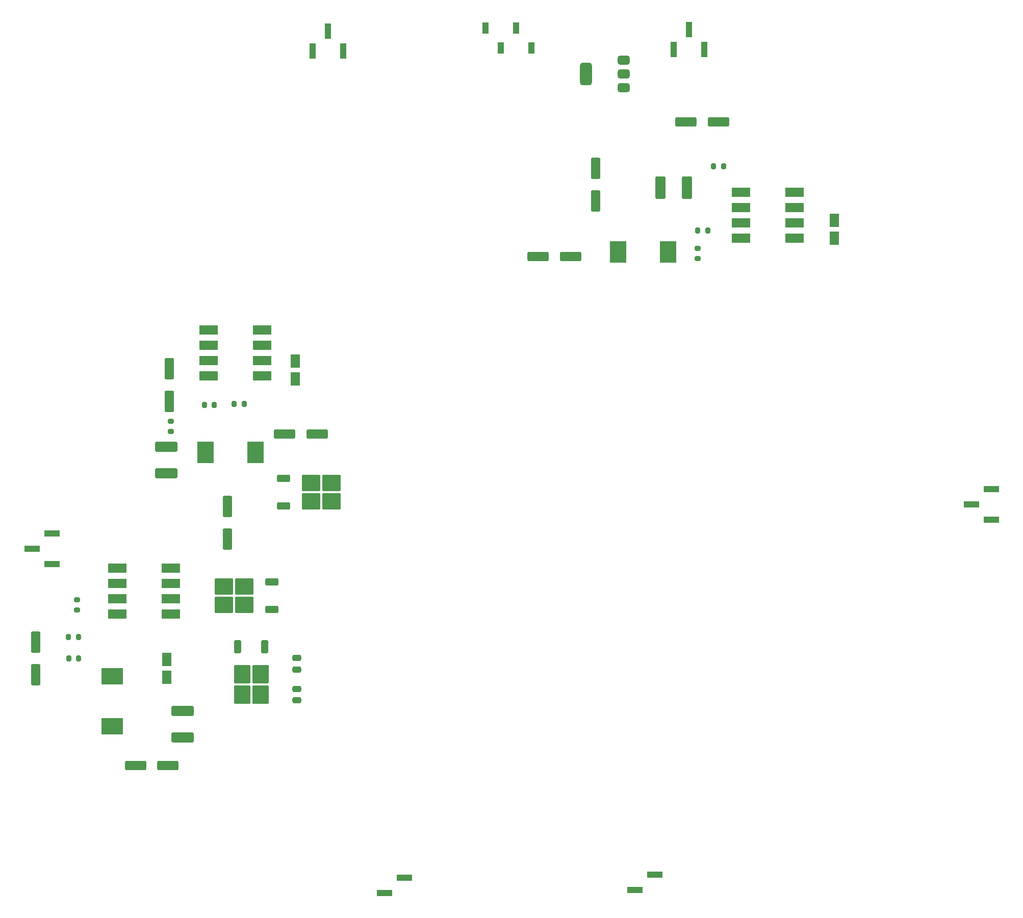
<source format=gbr>
%TF.GenerationSoftware,KiCad,Pcbnew,8.0.2*%
%TF.CreationDate,2025-02-12T15:49:00+05:00*%
%TF.ProjectId,kicad_pcb,6b696361-645f-4706-9362-2e6b69636164,rev?*%
%TF.SameCoordinates,Original*%
%TF.FileFunction,Paste,Bot*%
%TF.FilePolarity,Positive*%
%FSLAX46Y46*%
G04 Gerber Fmt 4.6, Leading zero omitted, Abs format (unit mm)*
G04 Created by KiCad (PCBNEW 8.0.2) date 2025-02-12 15:49:00*
%MOMM*%
%LPD*%
G01*
G04 APERTURE LIST*
G04 Aperture macros list*
%AMRoundRect*
0 Rectangle with rounded corners*
0 $1 Rounding radius*
0 $2 $3 $4 $5 $6 $7 $8 $9 X,Y pos of 4 corners*
0 Add a 4 corners polygon primitive as box body*
4,1,4,$2,$3,$4,$5,$6,$7,$8,$9,$2,$3,0*
0 Add four circle primitives for the rounded corners*
1,1,$1+$1,$2,$3*
1,1,$1+$1,$4,$5*
1,1,$1+$1,$6,$7*
1,1,$1+$1,$8,$9*
0 Add four rect primitives between the rounded corners*
20,1,$1+$1,$2,$3,$4,$5,0*
20,1,$1+$1,$4,$5,$6,$7,0*
20,1,$1+$1,$6,$7,$8,$9,0*
20,1,$1+$1,$8,$9,$2,$3,0*%
G04 Aperture macros list end*
%ADD10R,1.600000X2.200000*%
%ADD11R,1.000000X2.510000*%
%ADD12RoundRect,0.200000X0.200000X0.275000X-0.200000X0.275000X-0.200000X-0.275000X0.200000X-0.275000X0*%
%ADD13RoundRect,0.250000X1.625000X-0.587500X1.625000X0.587500X-1.625000X0.587500X-1.625000X-0.587500X0*%
%ADD14RoundRect,0.250000X-0.550000X1.500000X-0.550000X-1.500000X0.550000X-1.500000X0.550000X1.500000X0*%
%ADD15RoundRect,0.375000X0.625000X0.375000X-0.625000X0.375000X-0.625000X-0.375000X0.625000X-0.375000X0*%
%ADD16RoundRect,0.500000X0.500000X1.400000X-0.500000X1.400000X-0.500000X-1.400000X0.500000X-1.400000X0*%
%ADD17R,2.510000X1.000000*%
%ADD18R,2.700000X3.600000*%
%ADD19RoundRect,0.250000X-1.500000X-0.550000X1.500000X-0.550000X1.500000X0.550000X-1.500000X0.550000X0*%
%ADD20RoundRect,0.250000X1.500000X0.550000X-1.500000X0.550000X-1.500000X-0.550000X1.500000X-0.550000X0*%
%ADD21R,1.000000X1.900000*%
%ADD22RoundRect,0.200000X0.275000X-0.200000X0.275000X0.200000X-0.275000X0.200000X-0.275000X-0.200000X0*%
%ADD23R,3.100000X1.600000*%
%ADD24RoundRect,0.250000X0.850000X0.350000X-0.850000X0.350000X-0.850000X-0.350000X0.850000X-0.350000X0*%
%ADD25RoundRect,0.250000X1.275000X1.125000X-1.275000X1.125000X-1.275000X-1.125000X1.275000X-1.125000X0*%
%ADD26RoundRect,0.250000X-0.475000X0.250000X-0.475000X-0.250000X0.475000X-0.250000X0.475000X0.250000X0*%
%ADD27RoundRect,0.200000X-0.275000X0.200000X-0.275000X-0.200000X0.275000X-0.200000X0.275000X0.200000X0*%
%ADD28RoundRect,0.250000X0.550000X-1.500000X0.550000X1.500000X-0.550000X1.500000X-0.550000X-1.500000X0*%
%ADD29RoundRect,0.250000X-0.350000X0.850000X-0.350000X-0.850000X0.350000X-0.850000X0.350000X0.850000X0*%
%ADD30RoundRect,0.250000X-1.125000X1.275000X-1.125000X-1.275000X1.125000X-1.275000X1.125000X1.275000X0*%
%ADD31RoundRect,0.250000X0.587500X1.625000X-0.587500X1.625000X-0.587500X-1.625000X0.587500X-1.625000X0*%
%ADD32RoundRect,0.250000X-0.850000X-0.350000X0.850000X-0.350000X0.850000X0.350000X-0.850000X0.350000X0*%
%ADD33RoundRect,0.250000X-1.275000X-1.125000X1.275000X-1.125000X1.275000X1.125000X-1.275000X1.125000X0*%
%ADD34R,3.600000X2.700000*%
G04 APERTURE END LIST*
D10*
%TO.C,C10*%
X200860000Y-63284000D03*
X200860000Y-66284000D03*
%TD*%
D11*
%TO.C,LEFT_IR_SENSOR1*%
X119380000Y-35183000D03*
X116840000Y-31873000D03*
X114300000Y-35183000D03*
%TD*%
D12*
%TO.C,R6*%
X182498000Y-54356000D03*
X180848000Y-54356000D03*
%TD*%
D13*
%TO.C,D4*%
X92657000Y-149146000D03*
X92657000Y-144771000D03*
%TD*%
D14*
%TO.C,C15*%
X161290000Y-54704000D03*
X161290000Y-60104000D03*
%TD*%
D12*
%TO.C,R8*%
X179895000Y-65024000D03*
X178245000Y-65024000D03*
%TD*%
D15*
%TO.C,U23*%
X165950000Y-36700000D03*
X165950000Y-39000000D03*
D16*
X159650000Y-39000000D03*
D15*
X165950000Y-41300000D03*
%TD*%
D17*
%TO.C,LEFT_SERVO1*%
X70997000Y-115316000D03*
X67687000Y-117856000D03*
X70997000Y-120396000D03*
%TD*%
D18*
%TO.C,L1*%
X104828000Y-101854000D03*
X96528000Y-101854000D03*
%TD*%
D19*
%TO.C,C19*%
X84877000Y-153816500D03*
X90277000Y-153816500D03*
%TD*%
D14*
%TO.C,C7*%
X90518000Y-87978000D03*
X90518000Y-93378000D03*
%TD*%
D12*
%TO.C,R4*%
X97947000Y-93980000D03*
X96297000Y-93980000D03*
%TD*%
D20*
%TO.C,C11*%
X181676000Y-46990000D03*
X176276000Y-46990000D03*
%TD*%
D10*
%TO.C,C16*%
X90100000Y-136200000D03*
X90100000Y-139200000D03*
%TD*%
D21*
%TO.C,DIST_SENSOR1*%
X143002000Y-31370000D03*
X145542000Y-34670000D03*
X148082000Y-31370000D03*
X150622000Y-34670000D03*
%TD*%
D14*
%TO.C,C18*%
X68273000Y-133336500D03*
X68273000Y-138736500D03*
%TD*%
D12*
%TO.C,R11*%
X75385000Y-132480500D03*
X73735000Y-132480500D03*
%TD*%
D22*
%TO.C,R5*%
X90772000Y-98361000D03*
X90772000Y-96711000D03*
%TD*%
D23*
%TO.C,U15*%
X194310000Y-58674000D03*
X194310000Y-61214000D03*
X194310000Y-63754000D03*
X194310000Y-66294000D03*
X185420000Y-66294000D03*
X185420000Y-63754000D03*
X185420000Y-61214000D03*
X185420000Y-58674000D03*
%TD*%
D17*
%TO.C,RIGHT_MOTOR1*%
X171073000Y-171958000D03*
X167763000Y-174498000D03*
%TD*%
D20*
%TO.C,C13*%
X157132000Y-69342000D03*
X151732000Y-69342000D03*
%TD*%
D17*
%TO.C,LEFT_MOTOR1*%
X129540000Y-172466000D03*
X126230000Y-175006000D03*
%TD*%
D22*
%TO.C,R7*%
X178245000Y-69659000D03*
X178245000Y-68009000D03*
%TD*%
D11*
%TO.C,RIGHT_IR_SENSOR1*%
X179324000Y-34929000D03*
X176784000Y-31619000D03*
X174244000Y-34929000D03*
%TD*%
D12*
%TO.C,R10*%
X75448000Y-136036500D03*
X73798000Y-136036500D03*
%TD*%
D24*
%TO.C,U24*%
X107525000Y-123345000D03*
D25*
X102900000Y-127150000D03*
X102900000Y-124100000D03*
X99550000Y-127150000D03*
X99550000Y-124100000D03*
D24*
X107525000Y-127905000D03*
%TD*%
D10*
%TO.C,C4*%
X111370000Y-86662000D03*
X111370000Y-89662000D03*
%TD*%
D12*
%TO.C,R2*%
X102925000Y-93800000D03*
X101275000Y-93800000D03*
%TD*%
D23*
%TO.C,U4*%
X90742000Y-121060500D03*
X90742000Y-123600500D03*
X90742000Y-126140500D03*
X90742000Y-128680500D03*
X81852000Y-128680500D03*
X81852000Y-126140500D03*
X81852000Y-123600500D03*
X81852000Y-121060500D03*
%TD*%
D26*
%TO.C,C2*%
X111704500Y-135968500D03*
X111704500Y-137868500D03*
%TD*%
D18*
%TO.C,L2*%
X173314000Y-68580000D03*
X165014000Y-68580000D03*
%TD*%
D27*
%TO.C,R9*%
X75131000Y-126321500D03*
X75131000Y-127971500D03*
%TD*%
D17*
%TO.C,RIGHT_SERVO1*%
X226953000Y-107950000D03*
X223643000Y-110490000D03*
X226953000Y-113030000D03*
%TD*%
D28*
%TO.C,C8*%
X100170000Y-116238000D03*
X100170000Y-110838000D03*
%TD*%
D29*
%TO.C,U3*%
X101807000Y-134054500D03*
D30*
X105612000Y-138679500D03*
X102562000Y-138679500D03*
X105612000Y-142029500D03*
X102562000Y-142029500D03*
D29*
X106367000Y-134054500D03*
%TD*%
D19*
%TO.C,C9*%
X109662000Y-98806000D03*
X115062000Y-98806000D03*
%TD*%
D31*
%TO.C,D3*%
X176431500Y-57912000D03*
X172056500Y-57912000D03*
%TD*%
D23*
%TO.C,U5*%
X105885000Y-81534000D03*
X105885000Y-84074000D03*
X105885000Y-86614000D03*
X105885000Y-89154000D03*
X96995000Y-89154000D03*
X96995000Y-86614000D03*
X96995000Y-84074000D03*
X96995000Y-81534000D03*
%TD*%
D32*
%TO.C,U2*%
X109432000Y-110735500D03*
D33*
X114057000Y-106930500D03*
X114057000Y-109980500D03*
X117407000Y-106930500D03*
X117407000Y-109980500D03*
D32*
X109432000Y-106175500D03*
%TD*%
D13*
%TO.C,D1*%
X90010000Y-105311500D03*
X90010000Y-100936500D03*
%TD*%
D34*
%TO.C,L3*%
X80973000Y-138998500D03*
X80973000Y-147298500D03*
%TD*%
D26*
%TO.C,C3*%
X111704500Y-141114500D03*
X111704500Y-143014500D03*
%TD*%
M02*

</source>
